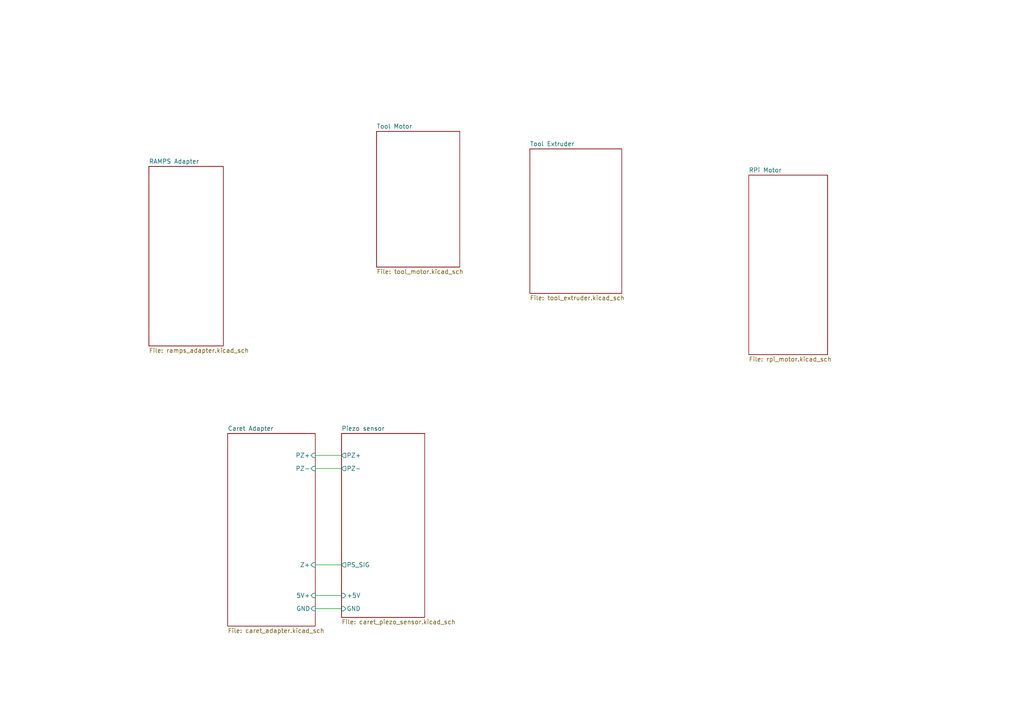
<source format=kicad_sch>
(kicad_sch (version 20211123) (generator eeschema)
  (paper "A4")
  (lib_symbols)
  (wire (pts (xy 91.44 132.08) (xy 99.06 132.08)))
  (wire (pts (xy 91.44 176.53) (xy 99.06 176.53)))
  (wire (pts (xy 91.44 135.89) (xy 99.06 135.89)))
  (wire (pts (xy 91.44 172.72) (xy 99.06 172.72)))
  (wire (pts (xy 91.44 163.83) (xy 99.06 163.83)))
  (sheet (at 217.17 50.8) (size 22.86 52.07) (stroke (width 0.1524))
    (property "Sheet name" "RPi Motor" (at 217.17 50.0884 0) (effects (justify left bottom)))
    (property "Sheet file" "rpi_motor.kicad_sch" (at 217.17 103.4546 0) (effects (justify left top)))
  )
  (sheet (at 43.18 48.26) (size 21.59 52.07) (stroke (width 0.1524))
    (property "Sheet name" "RAMPS Adapter" (at 43.18 47.5484 0) (effects (justify left bottom)))
    (property "Sheet file" "ramps_adapter.kicad_sch" (at 43.18 100.9146 0) (effects (justify left top)))
  )
  (sheet (at 109.22 38.1) (size 24.13 39.37) (stroke (width 0.1524))
    (property "Sheet name" "Tool Motor" (at 109.22 37.3884 0) (effects (justify left bottom)))
    (property "Sheet file" "tool_motor.kicad_sch" (at 109.22 78.0546 0) (effects (justify left top)))
  )
  (sheet (at 99.06 125.73) (size 24.13 53.34) (stroke (width 0.1524))
    (property "Sheet name" "Piezo sensor" (at 99.06 125.0184 0) (effects (justify left bottom)))
    (property "Sheet file" "caret_piezo_sensor.kicad_sch" (at 99.06 179.6546 0) (effects (justify left top)))
    (pin "PZ+" output (at 99.06 132.08 180))
    (pin "PZ-" output (at 99.06 135.89 180))
    (pin "PS_SIG" output (at 99.06 163.83 180))
    (pin "GND" input (at 99.06 176.53 180))
    (pin "+5V" input (at 99.06 172.72 180))
  )
  (sheet (at 153.67 43.18) (size 26.67 41.91) (stroke (width 0.1524))
    (property "Sheet name" "Tool Extruder" (at 153.67 42.4684 0) (effects (justify left bottom)))
    (property "Sheet file" "tool_extruder.kicad_sch" (at 153.67 85.6746 0) (effects (justify left top)))
  )
  (sheet (at 66.04 125.73) (size 25.4 55.88) (stroke (width 0.1524))
    (property "Sheet name" "Caret Adapter" (at 66.04 125.0184 0) (effects (justify left bottom)))
    (property "Sheet file" "caret_adapter.kicad_sch" (at 66.04 182.1946 0) (effects (justify left top)))
    (pin "PZ+" input (at 91.44 132.08 0))
    (pin "PZ-" input (at 91.44 135.89 0))
    (pin "Z+" input (at 91.44 163.83 0))
    (pin "5V+" input (at 91.44 172.72 0))
    (pin "GND" input (at 91.44 176.53 0))
  )
)
</source>
